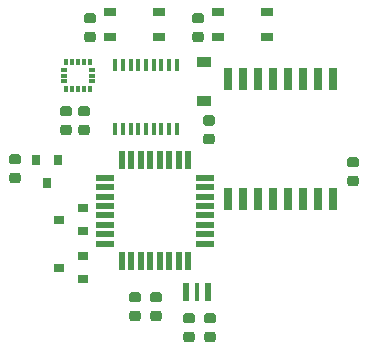
<source format=gtp>
G04 #@! TF.GenerationSoftware,KiCad,Pcbnew,(5.0.2)-1*
G04 #@! TF.CreationDate,2019-03-25T12:23:43+09:00*
G04 #@! TF.ProjectId,NixieHourglass,4e697869-6548-46f7-9572-676c6173732e,rev?*
G04 #@! TF.SameCoordinates,Original*
G04 #@! TF.FileFunction,Paste,Top*
G04 #@! TF.FilePolarity,Positive*
%FSLAX46Y46*%
G04 Gerber Fmt 4.6, Leading zero omitted, Abs format (unit mm)*
G04 Created by KiCad (PCBNEW (5.0.2)-1) date 25/03/2019 12:23:43*
%MOMM*%
%LPD*%
G01*
G04 APERTURE LIST*
%ADD10R,0.350000X0.600000*%
%ADD11R,0.600000X0.350000*%
%ADD12R,0.800000X0.900000*%
%ADD13R,0.900000X0.800000*%
%ADD14R,1.050000X0.650000*%
%ADD15R,0.550000X1.600000*%
%ADD16R,1.600000X0.550000*%
%ADD17R,0.635000X1.905000*%
%ADD18R,0.400000X1.000000*%
%ADD19R,0.600000X1.600000*%
%ADD20R,0.400000X1.600000*%
%ADD21C,0.100000*%
%ADD22C,0.875000*%
%ADD23R,1.200000X0.900000*%
G04 APERTURE END LIST*
D10*
G04 #@! TO.C,U3*
X80618000Y-72514000D03*
X81118000Y-72514000D03*
X81618000Y-72514000D03*
X82118000Y-72514000D03*
X82618000Y-72514000D03*
D11*
X82768000Y-71864000D03*
X82768000Y-71364000D03*
X82768000Y-70864000D03*
D10*
X82618000Y-70214000D03*
X82118000Y-70214000D03*
X81618000Y-70214000D03*
X81118000Y-70214000D03*
X80618000Y-70214000D03*
D11*
X80468000Y-70864000D03*
X80468000Y-71364000D03*
X80468000Y-71864000D03*
G04 #@! TD*
D12*
G04 #@! TO.C,Q1*
X79944000Y-78502000D03*
X78044000Y-78502000D03*
X78994000Y-80502000D03*
G04 #@! TD*
D13*
G04 #@! TO.C,Q2*
X80026000Y-83566000D03*
X82026000Y-82616000D03*
X82026000Y-84516000D03*
G04 #@! TD*
G04 #@! TO.C,Q3*
X82026000Y-88580000D03*
X82026000Y-86680000D03*
X80026000Y-87630000D03*
G04 #@! TD*
D14*
G04 #@! TO.C,SW1*
X93513000Y-65971000D03*
X97663000Y-65971000D03*
X93513000Y-68121000D03*
X97663000Y-68121000D03*
G04 #@! TD*
G04 #@! TO.C,SW2*
X88519000Y-68121000D03*
X84369000Y-68121000D03*
X88519000Y-65971000D03*
X84369000Y-65971000D03*
G04 #@! TD*
D15*
G04 #@! TO.C,U1*
X85338000Y-87054000D03*
X86138000Y-87054000D03*
X86938000Y-87054000D03*
X87738000Y-87054000D03*
X88538000Y-87054000D03*
X89338000Y-87054000D03*
X90138000Y-87054000D03*
X90938000Y-87054000D03*
D16*
X92388000Y-85604000D03*
X92388000Y-84804000D03*
X92388000Y-84004000D03*
X92388000Y-83204000D03*
X92388000Y-82404000D03*
X92388000Y-81604000D03*
X92388000Y-80804000D03*
X92388000Y-80004000D03*
D15*
X90938000Y-78554000D03*
X90138000Y-78554000D03*
X89338000Y-78554000D03*
X88538000Y-78554000D03*
X87738000Y-78554000D03*
X86938000Y-78554000D03*
X86138000Y-78554000D03*
X85338000Y-78554000D03*
D16*
X83888000Y-80004000D03*
X83888000Y-80804000D03*
X83888000Y-81604000D03*
X83888000Y-82404000D03*
X83888000Y-83204000D03*
X83888000Y-84004000D03*
X83888000Y-84804000D03*
X83888000Y-85604000D03*
G04 #@! TD*
D17*
G04 #@! TO.C,U2*
X103251000Y-71628000D03*
X101981000Y-71628000D03*
X100711000Y-71628000D03*
X99441000Y-71628000D03*
X98171000Y-71628000D03*
X96901000Y-71628000D03*
X95631000Y-71628000D03*
X94361000Y-71628000D03*
X94361000Y-81788000D03*
X95631000Y-81788000D03*
X96901000Y-81788000D03*
X98171000Y-81788000D03*
X99441000Y-81788000D03*
X100711000Y-81788000D03*
X101981000Y-81788000D03*
X103251000Y-81788000D03*
G04 #@! TD*
D18*
G04 #@! TO.C,U4*
X89976000Y-70452000D03*
X89326000Y-70452000D03*
X88676000Y-70452000D03*
X88026000Y-70452000D03*
X87376000Y-70452000D03*
X86726000Y-70452000D03*
X86076000Y-70452000D03*
X85426000Y-70452000D03*
X84776000Y-70452000D03*
X89976000Y-75852000D03*
X89326000Y-75852000D03*
X88676000Y-75852000D03*
X88026000Y-75852000D03*
X87376000Y-75852000D03*
X86726000Y-75852000D03*
X86076000Y-75852000D03*
X85426000Y-75852000D03*
X84776000Y-75852000D03*
G04 #@! TD*
D19*
G04 #@! TO.C,Y1*
X92644000Y-89662000D03*
D20*
X91694000Y-89662000D03*
D19*
X90744000Y-89662000D03*
G04 #@! TD*
D21*
G04 #@! TO.C,C1*
G36*
X93071691Y-91476053D02*
X93092926Y-91479203D01*
X93113750Y-91484419D01*
X93133962Y-91491651D01*
X93153368Y-91500830D01*
X93171781Y-91511866D01*
X93189024Y-91524654D01*
X93204930Y-91539070D01*
X93219346Y-91554976D01*
X93232134Y-91572219D01*
X93243170Y-91590632D01*
X93252349Y-91610038D01*
X93259581Y-91630250D01*
X93264797Y-91651074D01*
X93267947Y-91672309D01*
X93269000Y-91693750D01*
X93269000Y-92131250D01*
X93267947Y-92152691D01*
X93264797Y-92173926D01*
X93259581Y-92194750D01*
X93252349Y-92214962D01*
X93243170Y-92234368D01*
X93232134Y-92252781D01*
X93219346Y-92270024D01*
X93204930Y-92285930D01*
X93189024Y-92300346D01*
X93171781Y-92313134D01*
X93153368Y-92324170D01*
X93133962Y-92333349D01*
X93113750Y-92340581D01*
X93092926Y-92345797D01*
X93071691Y-92348947D01*
X93050250Y-92350000D01*
X92537750Y-92350000D01*
X92516309Y-92348947D01*
X92495074Y-92345797D01*
X92474250Y-92340581D01*
X92454038Y-92333349D01*
X92434632Y-92324170D01*
X92416219Y-92313134D01*
X92398976Y-92300346D01*
X92383070Y-92285930D01*
X92368654Y-92270024D01*
X92355866Y-92252781D01*
X92344830Y-92234368D01*
X92335651Y-92214962D01*
X92328419Y-92194750D01*
X92323203Y-92173926D01*
X92320053Y-92152691D01*
X92319000Y-92131250D01*
X92319000Y-91693750D01*
X92320053Y-91672309D01*
X92323203Y-91651074D01*
X92328419Y-91630250D01*
X92335651Y-91610038D01*
X92344830Y-91590632D01*
X92355866Y-91572219D01*
X92368654Y-91554976D01*
X92383070Y-91539070D01*
X92398976Y-91524654D01*
X92416219Y-91511866D01*
X92434632Y-91500830D01*
X92454038Y-91491651D01*
X92474250Y-91484419D01*
X92495074Y-91479203D01*
X92516309Y-91476053D01*
X92537750Y-91475000D01*
X93050250Y-91475000D01*
X93071691Y-91476053D01*
X93071691Y-91476053D01*
G37*
D22*
X92794000Y-91912500D03*
D21*
G36*
X93071691Y-93051053D02*
X93092926Y-93054203D01*
X93113750Y-93059419D01*
X93133962Y-93066651D01*
X93153368Y-93075830D01*
X93171781Y-93086866D01*
X93189024Y-93099654D01*
X93204930Y-93114070D01*
X93219346Y-93129976D01*
X93232134Y-93147219D01*
X93243170Y-93165632D01*
X93252349Y-93185038D01*
X93259581Y-93205250D01*
X93264797Y-93226074D01*
X93267947Y-93247309D01*
X93269000Y-93268750D01*
X93269000Y-93706250D01*
X93267947Y-93727691D01*
X93264797Y-93748926D01*
X93259581Y-93769750D01*
X93252349Y-93789962D01*
X93243170Y-93809368D01*
X93232134Y-93827781D01*
X93219346Y-93845024D01*
X93204930Y-93860930D01*
X93189024Y-93875346D01*
X93171781Y-93888134D01*
X93153368Y-93899170D01*
X93133962Y-93908349D01*
X93113750Y-93915581D01*
X93092926Y-93920797D01*
X93071691Y-93923947D01*
X93050250Y-93925000D01*
X92537750Y-93925000D01*
X92516309Y-93923947D01*
X92495074Y-93920797D01*
X92474250Y-93915581D01*
X92454038Y-93908349D01*
X92434632Y-93899170D01*
X92416219Y-93888134D01*
X92398976Y-93875346D01*
X92383070Y-93860930D01*
X92368654Y-93845024D01*
X92355866Y-93827781D01*
X92344830Y-93809368D01*
X92335651Y-93789962D01*
X92328419Y-93769750D01*
X92323203Y-93748926D01*
X92320053Y-93727691D01*
X92319000Y-93706250D01*
X92319000Y-93268750D01*
X92320053Y-93247309D01*
X92323203Y-93226074D01*
X92328419Y-93205250D01*
X92335651Y-93185038D01*
X92344830Y-93165632D01*
X92355866Y-93147219D01*
X92368654Y-93129976D01*
X92383070Y-93114070D01*
X92398976Y-93099654D01*
X92416219Y-93086866D01*
X92434632Y-93075830D01*
X92454038Y-93066651D01*
X92474250Y-93059419D01*
X92495074Y-93054203D01*
X92516309Y-93051053D01*
X92537750Y-93050000D01*
X93050250Y-93050000D01*
X93071691Y-93051053D01*
X93071691Y-93051053D01*
G37*
D22*
X92794000Y-93487500D03*
G04 #@! TD*
D21*
G04 #@! TO.C,C2*
G36*
X92987691Y-74722053D02*
X93008926Y-74725203D01*
X93029750Y-74730419D01*
X93049962Y-74737651D01*
X93069368Y-74746830D01*
X93087781Y-74757866D01*
X93105024Y-74770654D01*
X93120930Y-74785070D01*
X93135346Y-74800976D01*
X93148134Y-74818219D01*
X93159170Y-74836632D01*
X93168349Y-74856038D01*
X93175581Y-74876250D01*
X93180797Y-74897074D01*
X93183947Y-74918309D01*
X93185000Y-74939750D01*
X93185000Y-75377250D01*
X93183947Y-75398691D01*
X93180797Y-75419926D01*
X93175581Y-75440750D01*
X93168349Y-75460962D01*
X93159170Y-75480368D01*
X93148134Y-75498781D01*
X93135346Y-75516024D01*
X93120930Y-75531930D01*
X93105024Y-75546346D01*
X93087781Y-75559134D01*
X93069368Y-75570170D01*
X93049962Y-75579349D01*
X93029750Y-75586581D01*
X93008926Y-75591797D01*
X92987691Y-75594947D01*
X92966250Y-75596000D01*
X92453750Y-75596000D01*
X92432309Y-75594947D01*
X92411074Y-75591797D01*
X92390250Y-75586581D01*
X92370038Y-75579349D01*
X92350632Y-75570170D01*
X92332219Y-75559134D01*
X92314976Y-75546346D01*
X92299070Y-75531930D01*
X92284654Y-75516024D01*
X92271866Y-75498781D01*
X92260830Y-75480368D01*
X92251651Y-75460962D01*
X92244419Y-75440750D01*
X92239203Y-75419926D01*
X92236053Y-75398691D01*
X92235000Y-75377250D01*
X92235000Y-74939750D01*
X92236053Y-74918309D01*
X92239203Y-74897074D01*
X92244419Y-74876250D01*
X92251651Y-74856038D01*
X92260830Y-74836632D01*
X92271866Y-74818219D01*
X92284654Y-74800976D01*
X92299070Y-74785070D01*
X92314976Y-74770654D01*
X92332219Y-74757866D01*
X92350632Y-74746830D01*
X92370038Y-74737651D01*
X92390250Y-74730419D01*
X92411074Y-74725203D01*
X92432309Y-74722053D01*
X92453750Y-74721000D01*
X92966250Y-74721000D01*
X92987691Y-74722053D01*
X92987691Y-74722053D01*
G37*
D22*
X92710000Y-75158500D03*
D21*
G36*
X92987691Y-76297053D02*
X93008926Y-76300203D01*
X93029750Y-76305419D01*
X93049962Y-76312651D01*
X93069368Y-76321830D01*
X93087781Y-76332866D01*
X93105024Y-76345654D01*
X93120930Y-76360070D01*
X93135346Y-76375976D01*
X93148134Y-76393219D01*
X93159170Y-76411632D01*
X93168349Y-76431038D01*
X93175581Y-76451250D01*
X93180797Y-76472074D01*
X93183947Y-76493309D01*
X93185000Y-76514750D01*
X93185000Y-76952250D01*
X93183947Y-76973691D01*
X93180797Y-76994926D01*
X93175581Y-77015750D01*
X93168349Y-77035962D01*
X93159170Y-77055368D01*
X93148134Y-77073781D01*
X93135346Y-77091024D01*
X93120930Y-77106930D01*
X93105024Y-77121346D01*
X93087781Y-77134134D01*
X93069368Y-77145170D01*
X93049962Y-77154349D01*
X93029750Y-77161581D01*
X93008926Y-77166797D01*
X92987691Y-77169947D01*
X92966250Y-77171000D01*
X92453750Y-77171000D01*
X92432309Y-77169947D01*
X92411074Y-77166797D01*
X92390250Y-77161581D01*
X92370038Y-77154349D01*
X92350632Y-77145170D01*
X92332219Y-77134134D01*
X92314976Y-77121346D01*
X92299070Y-77106930D01*
X92284654Y-77091024D01*
X92271866Y-77073781D01*
X92260830Y-77055368D01*
X92251651Y-77035962D01*
X92244419Y-77015750D01*
X92239203Y-76994926D01*
X92236053Y-76973691D01*
X92235000Y-76952250D01*
X92235000Y-76514750D01*
X92236053Y-76493309D01*
X92239203Y-76472074D01*
X92244419Y-76451250D01*
X92251651Y-76431038D01*
X92260830Y-76411632D01*
X92271866Y-76393219D01*
X92284654Y-76375976D01*
X92299070Y-76360070D01*
X92314976Y-76345654D01*
X92332219Y-76332866D01*
X92350632Y-76321830D01*
X92370038Y-76312651D01*
X92390250Y-76305419D01*
X92411074Y-76300203D01*
X92432309Y-76297053D01*
X92453750Y-76296000D01*
X92966250Y-76296000D01*
X92987691Y-76297053D01*
X92987691Y-76297053D01*
G37*
D22*
X92710000Y-76733500D03*
G04 #@! TD*
D21*
G04 #@! TO.C,C3*
G36*
X91293691Y-93051053D02*
X91314926Y-93054203D01*
X91335750Y-93059419D01*
X91355962Y-93066651D01*
X91375368Y-93075830D01*
X91393781Y-93086866D01*
X91411024Y-93099654D01*
X91426930Y-93114070D01*
X91441346Y-93129976D01*
X91454134Y-93147219D01*
X91465170Y-93165632D01*
X91474349Y-93185038D01*
X91481581Y-93205250D01*
X91486797Y-93226074D01*
X91489947Y-93247309D01*
X91491000Y-93268750D01*
X91491000Y-93706250D01*
X91489947Y-93727691D01*
X91486797Y-93748926D01*
X91481581Y-93769750D01*
X91474349Y-93789962D01*
X91465170Y-93809368D01*
X91454134Y-93827781D01*
X91441346Y-93845024D01*
X91426930Y-93860930D01*
X91411024Y-93875346D01*
X91393781Y-93888134D01*
X91375368Y-93899170D01*
X91355962Y-93908349D01*
X91335750Y-93915581D01*
X91314926Y-93920797D01*
X91293691Y-93923947D01*
X91272250Y-93925000D01*
X90759750Y-93925000D01*
X90738309Y-93923947D01*
X90717074Y-93920797D01*
X90696250Y-93915581D01*
X90676038Y-93908349D01*
X90656632Y-93899170D01*
X90638219Y-93888134D01*
X90620976Y-93875346D01*
X90605070Y-93860930D01*
X90590654Y-93845024D01*
X90577866Y-93827781D01*
X90566830Y-93809368D01*
X90557651Y-93789962D01*
X90550419Y-93769750D01*
X90545203Y-93748926D01*
X90542053Y-93727691D01*
X90541000Y-93706250D01*
X90541000Y-93268750D01*
X90542053Y-93247309D01*
X90545203Y-93226074D01*
X90550419Y-93205250D01*
X90557651Y-93185038D01*
X90566830Y-93165632D01*
X90577866Y-93147219D01*
X90590654Y-93129976D01*
X90605070Y-93114070D01*
X90620976Y-93099654D01*
X90638219Y-93086866D01*
X90656632Y-93075830D01*
X90676038Y-93066651D01*
X90696250Y-93059419D01*
X90717074Y-93054203D01*
X90738309Y-93051053D01*
X90759750Y-93050000D01*
X91272250Y-93050000D01*
X91293691Y-93051053D01*
X91293691Y-93051053D01*
G37*
D22*
X91016000Y-93487500D03*
D21*
G36*
X91293691Y-91476053D02*
X91314926Y-91479203D01*
X91335750Y-91484419D01*
X91355962Y-91491651D01*
X91375368Y-91500830D01*
X91393781Y-91511866D01*
X91411024Y-91524654D01*
X91426930Y-91539070D01*
X91441346Y-91554976D01*
X91454134Y-91572219D01*
X91465170Y-91590632D01*
X91474349Y-91610038D01*
X91481581Y-91630250D01*
X91486797Y-91651074D01*
X91489947Y-91672309D01*
X91491000Y-91693750D01*
X91491000Y-92131250D01*
X91489947Y-92152691D01*
X91486797Y-92173926D01*
X91481581Y-92194750D01*
X91474349Y-92214962D01*
X91465170Y-92234368D01*
X91454134Y-92252781D01*
X91441346Y-92270024D01*
X91426930Y-92285930D01*
X91411024Y-92300346D01*
X91393781Y-92313134D01*
X91375368Y-92324170D01*
X91355962Y-92333349D01*
X91335750Y-92340581D01*
X91314926Y-92345797D01*
X91293691Y-92348947D01*
X91272250Y-92350000D01*
X90759750Y-92350000D01*
X90738309Y-92348947D01*
X90717074Y-92345797D01*
X90696250Y-92340581D01*
X90676038Y-92333349D01*
X90656632Y-92324170D01*
X90638219Y-92313134D01*
X90620976Y-92300346D01*
X90605070Y-92285930D01*
X90590654Y-92270024D01*
X90577866Y-92252781D01*
X90566830Y-92234368D01*
X90557651Y-92214962D01*
X90550419Y-92194750D01*
X90545203Y-92173926D01*
X90542053Y-92152691D01*
X90541000Y-92131250D01*
X90541000Y-91693750D01*
X90542053Y-91672309D01*
X90545203Y-91651074D01*
X90550419Y-91630250D01*
X90557651Y-91610038D01*
X90566830Y-91590632D01*
X90577866Y-91572219D01*
X90590654Y-91554976D01*
X90605070Y-91539070D01*
X90620976Y-91524654D01*
X90638219Y-91511866D01*
X90656632Y-91500830D01*
X90676038Y-91491651D01*
X90696250Y-91484419D01*
X90717074Y-91479203D01*
X90738309Y-91476053D01*
X90759750Y-91475000D01*
X91272250Y-91475000D01*
X91293691Y-91476053D01*
X91293691Y-91476053D01*
G37*
D22*
X91016000Y-91912500D03*
G04 #@! TD*
D21*
G04 #@! TO.C,C4*
G36*
X88499691Y-89698053D02*
X88520926Y-89701203D01*
X88541750Y-89706419D01*
X88561962Y-89713651D01*
X88581368Y-89722830D01*
X88599781Y-89733866D01*
X88617024Y-89746654D01*
X88632930Y-89761070D01*
X88647346Y-89776976D01*
X88660134Y-89794219D01*
X88671170Y-89812632D01*
X88680349Y-89832038D01*
X88687581Y-89852250D01*
X88692797Y-89873074D01*
X88695947Y-89894309D01*
X88697000Y-89915750D01*
X88697000Y-90353250D01*
X88695947Y-90374691D01*
X88692797Y-90395926D01*
X88687581Y-90416750D01*
X88680349Y-90436962D01*
X88671170Y-90456368D01*
X88660134Y-90474781D01*
X88647346Y-90492024D01*
X88632930Y-90507930D01*
X88617024Y-90522346D01*
X88599781Y-90535134D01*
X88581368Y-90546170D01*
X88561962Y-90555349D01*
X88541750Y-90562581D01*
X88520926Y-90567797D01*
X88499691Y-90570947D01*
X88478250Y-90572000D01*
X87965750Y-90572000D01*
X87944309Y-90570947D01*
X87923074Y-90567797D01*
X87902250Y-90562581D01*
X87882038Y-90555349D01*
X87862632Y-90546170D01*
X87844219Y-90535134D01*
X87826976Y-90522346D01*
X87811070Y-90507930D01*
X87796654Y-90492024D01*
X87783866Y-90474781D01*
X87772830Y-90456368D01*
X87763651Y-90436962D01*
X87756419Y-90416750D01*
X87751203Y-90395926D01*
X87748053Y-90374691D01*
X87747000Y-90353250D01*
X87747000Y-89915750D01*
X87748053Y-89894309D01*
X87751203Y-89873074D01*
X87756419Y-89852250D01*
X87763651Y-89832038D01*
X87772830Y-89812632D01*
X87783866Y-89794219D01*
X87796654Y-89776976D01*
X87811070Y-89761070D01*
X87826976Y-89746654D01*
X87844219Y-89733866D01*
X87862632Y-89722830D01*
X87882038Y-89713651D01*
X87902250Y-89706419D01*
X87923074Y-89701203D01*
X87944309Y-89698053D01*
X87965750Y-89697000D01*
X88478250Y-89697000D01*
X88499691Y-89698053D01*
X88499691Y-89698053D01*
G37*
D22*
X88222000Y-90134500D03*
D21*
G36*
X88499691Y-91273053D02*
X88520926Y-91276203D01*
X88541750Y-91281419D01*
X88561962Y-91288651D01*
X88581368Y-91297830D01*
X88599781Y-91308866D01*
X88617024Y-91321654D01*
X88632930Y-91336070D01*
X88647346Y-91351976D01*
X88660134Y-91369219D01*
X88671170Y-91387632D01*
X88680349Y-91407038D01*
X88687581Y-91427250D01*
X88692797Y-91448074D01*
X88695947Y-91469309D01*
X88697000Y-91490750D01*
X88697000Y-91928250D01*
X88695947Y-91949691D01*
X88692797Y-91970926D01*
X88687581Y-91991750D01*
X88680349Y-92011962D01*
X88671170Y-92031368D01*
X88660134Y-92049781D01*
X88647346Y-92067024D01*
X88632930Y-92082930D01*
X88617024Y-92097346D01*
X88599781Y-92110134D01*
X88581368Y-92121170D01*
X88561962Y-92130349D01*
X88541750Y-92137581D01*
X88520926Y-92142797D01*
X88499691Y-92145947D01*
X88478250Y-92147000D01*
X87965750Y-92147000D01*
X87944309Y-92145947D01*
X87923074Y-92142797D01*
X87902250Y-92137581D01*
X87882038Y-92130349D01*
X87862632Y-92121170D01*
X87844219Y-92110134D01*
X87826976Y-92097346D01*
X87811070Y-92082930D01*
X87796654Y-92067024D01*
X87783866Y-92049781D01*
X87772830Y-92031368D01*
X87763651Y-92011962D01*
X87756419Y-91991750D01*
X87751203Y-91970926D01*
X87748053Y-91949691D01*
X87747000Y-91928250D01*
X87747000Y-91490750D01*
X87748053Y-91469309D01*
X87751203Y-91448074D01*
X87756419Y-91427250D01*
X87763651Y-91407038D01*
X87772830Y-91387632D01*
X87783866Y-91369219D01*
X87796654Y-91351976D01*
X87811070Y-91336070D01*
X87826976Y-91321654D01*
X87844219Y-91308866D01*
X87862632Y-91297830D01*
X87882038Y-91288651D01*
X87902250Y-91281419D01*
X87923074Y-91276203D01*
X87944309Y-91273053D01*
X87965750Y-91272000D01*
X88478250Y-91272000D01*
X88499691Y-91273053D01*
X88499691Y-91273053D01*
G37*
D22*
X88222000Y-91709500D03*
G04 #@! TD*
D21*
G04 #@! TO.C,C6*
G36*
X105177691Y-79843053D02*
X105198926Y-79846203D01*
X105219750Y-79851419D01*
X105239962Y-79858651D01*
X105259368Y-79867830D01*
X105277781Y-79878866D01*
X105295024Y-79891654D01*
X105310930Y-79906070D01*
X105325346Y-79921976D01*
X105338134Y-79939219D01*
X105349170Y-79957632D01*
X105358349Y-79977038D01*
X105365581Y-79997250D01*
X105370797Y-80018074D01*
X105373947Y-80039309D01*
X105375000Y-80060750D01*
X105375000Y-80498250D01*
X105373947Y-80519691D01*
X105370797Y-80540926D01*
X105365581Y-80561750D01*
X105358349Y-80581962D01*
X105349170Y-80601368D01*
X105338134Y-80619781D01*
X105325346Y-80637024D01*
X105310930Y-80652930D01*
X105295024Y-80667346D01*
X105277781Y-80680134D01*
X105259368Y-80691170D01*
X105239962Y-80700349D01*
X105219750Y-80707581D01*
X105198926Y-80712797D01*
X105177691Y-80715947D01*
X105156250Y-80717000D01*
X104643750Y-80717000D01*
X104622309Y-80715947D01*
X104601074Y-80712797D01*
X104580250Y-80707581D01*
X104560038Y-80700349D01*
X104540632Y-80691170D01*
X104522219Y-80680134D01*
X104504976Y-80667346D01*
X104489070Y-80652930D01*
X104474654Y-80637024D01*
X104461866Y-80619781D01*
X104450830Y-80601368D01*
X104441651Y-80581962D01*
X104434419Y-80561750D01*
X104429203Y-80540926D01*
X104426053Y-80519691D01*
X104425000Y-80498250D01*
X104425000Y-80060750D01*
X104426053Y-80039309D01*
X104429203Y-80018074D01*
X104434419Y-79997250D01*
X104441651Y-79977038D01*
X104450830Y-79957632D01*
X104461866Y-79939219D01*
X104474654Y-79921976D01*
X104489070Y-79906070D01*
X104504976Y-79891654D01*
X104522219Y-79878866D01*
X104540632Y-79867830D01*
X104560038Y-79858651D01*
X104580250Y-79851419D01*
X104601074Y-79846203D01*
X104622309Y-79843053D01*
X104643750Y-79842000D01*
X105156250Y-79842000D01*
X105177691Y-79843053D01*
X105177691Y-79843053D01*
G37*
D22*
X104900000Y-80279500D03*
D21*
G36*
X105177691Y-78268053D02*
X105198926Y-78271203D01*
X105219750Y-78276419D01*
X105239962Y-78283651D01*
X105259368Y-78292830D01*
X105277781Y-78303866D01*
X105295024Y-78316654D01*
X105310930Y-78331070D01*
X105325346Y-78346976D01*
X105338134Y-78364219D01*
X105349170Y-78382632D01*
X105358349Y-78402038D01*
X105365581Y-78422250D01*
X105370797Y-78443074D01*
X105373947Y-78464309D01*
X105375000Y-78485750D01*
X105375000Y-78923250D01*
X105373947Y-78944691D01*
X105370797Y-78965926D01*
X105365581Y-78986750D01*
X105358349Y-79006962D01*
X105349170Y-79026368D01*
X105338134Y-79044781D01*
X105325346Y-79062024D01*
X105310930Y-79077930D01*
X105295024Y-79092346D01*
X105277781Y-79105134D01*
X105259368Y-79116170D01*
X105239962Y-79125349D01*
X105219750Y-79132581D01*
X105198926Y-79137797D01*
X105177691Y-79140947D01*
X105156250Y-79142000D01*
X104643750Y-79142000D01*
X104622309Y-79140947D01*
X104601074Y-79137797D01*
X104580250Y-79132581D01*
X104560038Y-79125349D01*
X104540632Y-79116170D01*
X104522219Y-79105134D01*
X104504976Y-79092346D01*
X104489070Y-79077930D01*
X104474654Y-79062024D01*
X104461866Y-79044781D01*
X104450830Y-79026368D01*
X104441651Y-79006962D01*
X104434419Y-78986750D01*
X104429203Y-78965926D01*
X104426053Y-78944691D01*
X104425000Y-78923250D01*
X104425000Y-78485750D01*
X104426053Y-78464309D01*
X104429203Y-78443074D01*
X104434419Y-78422250D01*
X104441651Y-78402038D01*
X104450830Y-78382632D01*
X104461866Y-78364219D01*
X104474654Y-78346976D01*
X104489070Y-78331070D01*
X104504976Y-78316654D01*
X104522219Y-78303866D01*
X104540632Y-78292830D01*
X104560038Y-78283651D01*
X104580250Y-78276419D01*
X104601074Y-78271203D01*
X104622309Y-78268053D01*
X104643750Y-78267000D01*
X105156250Y-78267000D01*
X105177691Y-78268053D01*
X105177691Y-78268053D01*
G37*
D22*
X104900000Y-78704500D03*
G04 #@! TD*
D21*
G04 #@! TO.C,R1*
G36*
X80879691Y-75525053D02*
X80900926Y-75528203D01*
X80921750Y-75533419D01*
X80941962Y-75540651D01*
X80961368Y-75549830D01*
X80979781Y-75560866D01*
X80997024Y-75573654D01*
X81012930Y-75588070D01*
X81027346Y-75603976D01*
X81040134Y-75621219D01*
X81051170Y-75639632D01*
X81060349Y-75659038D01*
X81067581Y-75679250D01*
X81072797Y-75700074D01*
X81075947Y-75721309D01*
X81077000Y-75742750D01*
X81077000Y-76180250D01*
X81075947Y-76201691D01*
X81072797Y-76222926D01*
X81067581Y-76243750D01*
X81060349Y-76263962D01*
X81051170Y-76283368D01*
X81040134Y-76301781D01*
X81027346Y-76319024D01*
X81012930Y-76334930D01*
X80997024Y-76349346D01*
X80979781Y-76362134D01*
X80961368Y-76373170D01*
X80941962Y-76382349D01*
X80921750Y-76389581D01*
X80900926Y-76394797D01*
X80879691Y-76397947D01*
X80858250Y-76399000D01*
X80345750Y-76399000D01*
X80324309Y-76397947D01*
X80303074Y-76394797D01*
X80282250Y-76389581D01*
X80262038Y-76382349D01*
X80242632Y-76373170D01*
X80224219Y-76362134D01*
X80206976Y-76349346D01*
X80191070Y-76334930D01*
X80176654Y-76319024D01*
X80163866Y-76301781D01*
X80152830Y-76283368D01*
X80143651Y-76263962D01*
X80136419Y-76243750D01*
X80131203Y-76222926D01*
X80128053Y-76201691D01*
X80127000Y-76180250D01*
X80127000Y-75742750D01*
X80128053Y-75721309D01*
X80131203Y-75700074D01*
X80136419Y-75679250D01*
X80143651Y-75659038D01*
X80152830Y-75639632D01*
X80163866Y-75621219D01*
X80176654Y-75603976D01*
X80191070Y-75588070D01*
X80206976Y-75573654D01*
X80224219Y-75560866D01*
X80242632Y-75549830D01*
X80262038Y-75540651D01*
X80282250Y-75533419D01*
X80303074Y-75528203D01*
X80324309Y-75525053D01*
X80345750Y-75524000D01*
X80858250Y-75524000D01*
X80879691Y-75525053D01*
X80879691Y-75525053D01*
G37*
D22*
X80602000Y-75961500D03*
D21*
G36*
X80879691Y-73950053D02*
X80900926Y-73953203D01*
X80921750Y-73958419D01*
X80941962Y-73965651D01*
X80961368Y-73974830D01*
X80979781Y-73985866D01*
X80997024Y-73998654D01*
X81012930Y-74013070D01*
X81027346Y-74028976D01*
X81040134Y-74046219D01*
X81051170Y-74064632D01*
X81060349Y-74084038D01*
X81067581Y-74104250D01*
X81072797Y-74125074D01*
X81075947Y-74146309D01*
X81077000Y-74167750D01*
X81077000Y-74605250D01*
X81075947Y-74626691D01*
X81072797Y-74647926D01*
X81067581Y-74668750D01*
X81060349Y-74688962D01*
X81051170Y-74708368D01*
X81040134Y-74726781D01*
X81027346Y-74744024D01*
X81012930Y-74759930D01*
X80997024Y-74774346D01*
X80979781Y-74787134D01*
X80961368Y-74798170D01*
X80941962Y-74807349D01*
X80921750Y-74814581D01*
X80900926Y-74819797D01*
X80879691Y-74822947D01*
X80858250Y-74824000D01*
X80345750Y-74824000D01*
X80324309Y-74822947D01*
X80303074Y-74819797D01*
X80282250Y-74814581D01*
X80262038Y-74807349D01*
X80242632Y-74798170D01*
X80224219Y-74787134D01*
X80206976Y-74774346D01*
X80191070Y-74759930D01*
X80176654Y-74744024D01*
X80163866Y-74726781D01*
X80152830Y-74708368D01*
X80143651Y-74688962D01*
X80136419Y-74668750D01*
X80131203Y-74647926D01*
X80128053Y-74626691D01*
X80127000Y-74605250D01*
X80127000Y-74167750D01*
X80128053Y-74146309D01*
X80131203Y-74125074D01*
X80136419Y-74104250D01*
X80143651Y-74084038D01*
X80152830Y-74064632D01*
X80163866Y-74046219D01*
X80176654Y-74028976D01*
X80191070Y-74013070D01*
X80206976Y-73998654D01*
X80224219Y-73985866D01*
X80242632Y-73974830D01*
X80262038Y-73965651D01*
X80282250Y-73958419D01*
X80303074Y-73953203D01*
X80324309Y-73950053D01*
X80345750Y-73949000D01*
X80858250Y-73949000D01*
X80879691Y-73950053D01*
X80879691Y-73950053D01*
G37*
D22*
X80602000Y-74386500D03*
G04 #@! TD*
D21*
G04 #@! TO.C,R2*
G36*
X82403691Y-73950053D02*
X82424926Y-73953203D01*
X82445750Y-73958419D01*
X82465962Y-73965651D01*
X82485368Y-73974830D01*
X82503781Y-73985866D01*
X82521024Y-73998654D01*
X82536930Y-74013070D01*
X82551346Y-74028976D01*
X82564134Y-74046219D01*
X82575170Y-74064632D01*
X82584349Y-74084038D01*
X82591581Y-74104250D01*
X82596797Y-74125074D01*
X82599947Y-74146309D01*
X82601000Y-74167750D01*
X82601000Y-74605250D01*
X82599947Y-74626691D01*
X82596797Y-74647926D01*
X82591581Y-74668750D01*
X82584349Y-74688962D01*
X82575170Y-74708368D01*
X82564134Y-74726781D01*
X82551346Y-74744024D01*
X82536930Y-74759930D01*
X82521024Y-74774346D01*
X82503781Y-74787134D01*
X82485368Y-74798170D01*
X82465962Y-74807349D01*
X82445750Y-74814581D01*
X82424926Y-74819797D01*
X82403691Y-74822947D01*
X82382250Y-74824000D01*
X81869750Y-74824000D01*
X81848309Y-74822947D01*
X81827074Y-74819797D01*
X81806250Y-74814581D01*
X81786038Y-74807349D01*
X81766632Y-74798170D01*
X81748219Y-74787134D01*
X81730976Y-74774346D01*
X81715070Y-74759930D01*
X81700654Y-74744024D01*
X81687866Y-74726781D01*
X81676830Y-74708368D01*
X81667651Y-74688962D01*
X81660419Y-74668750D01*
X81655203Y-74647926D01*
X81652053Y-74626691D01*
X81651000Y-74605250D01*
X81651000Y-74167750D01*
X81652053Y-74146309D01*
X81655203Y-74125074D01*
X81660419Y-74104250D01*
X81667651Y-74084038D01*
X81676830Y-74064632D01*
X81687866Y-74046219D01*
X81700654Y-74028976D01*
X81715070Y-74013070D01*
X81730976Y-73998654D01*
X81748219Y-73985866D01*
X81766632Y-73974830D01*
X81786038Y-73965651D01*
X81806250Y-73958419D01*
X81827074Y-73953203D01*
X81848309Y-73950053D01*
X81869750Y-73949000D01*
X82382250Y-73949000D01*
X82403691Y-73950053D01*
X82403691Y-73950053D01*
G37*
D22*
X82126000Y-74386500D03*
D21*
G36*
X82403691Y-75525053D02*
X82424926Y-75528203D01*
X82445750Y-75533419D01*
X82465962Y-75540651D01*
X82485368Y-75549830D01*
X82503781Y-75560866D01*
X82521024Y-75573654D01*
X82536930Y-75588070D01*
X82551346Y-75603976D01*
X82564134Y-75621219D01*
X82575170Y-75639632D01*
X82584349Y-75659038D01*
X82591581Y-75679250D01*
X82596797Y-75700074D01*
X82599947Y-75721309D01*
X82601000Y-75742750D01*
X82601000Y-76180250D01*
X82599947Y-76201691D01*
X82596797Y-76222926D01*
X82591581Y-76243750D01*
X82584349Y-76263962D01*
X82575170Y-76283368D01*
X82564134Y-76301781D01*
X82551346Y-76319024D01*
X82536930Y-76334930D01*
X82521024Y-76349346D01*
X82503781Y-76362134D01*
X82485368Y-76373170D01*
X82465962Y-76382349D01*
X82445750Y-76389581D01*
X82424926Y-76394797D01*
X82403691Y-76397947D01*
X82382250Y-76399000D01*
X81869750Y-76399000D01*
X81848309Y-76397947D01*
X81827074Y-76394797D01*
X81806250Y-76389581D01*
X81786038Y-76382349D01*
X81766632Y-76373170D01*
X81748219Y-76362134D01*
X81730976Y-76349346D01*
X81715070Y-76334930D01*
X81700654Y-76319024D01*
X81687866Y-76301781D01*
X81676830Y-76283368D01*
X81667651Y-76263962D01*
X81660419Y-76243750D01*
X81655203Y-76222926D01*
X81652053Y-76201691D01*
X81651000Y-76180250D01*
X81651000Y-75742750D01*
X81652053Y-75721309D01*
X81655203Y-75700074D01*
X81660419Y-75679250D01*
X81667651Y-75659038D01*
X81676830Y-75639632D01*
X81687866Y-75621219D01*
X81700654Y-75603976D01*
X81715070Y-75588070D01*
X81730976Y-75573654D01*
X81748219Y-75560866D01*
X81766632Y-75549830D01*
X81786038Y-75540651D01*
X81806250Y-75533419D01*
X81827074Y-75528203D01*
X81848309Y-75525053D01*
X81869750Y-75524000D01*
X82382250Y-75524000D01*
X82403691Y-75525053D01*
X82403691Y-75525053D01*
G37*
D22*
X82126000Y-75961500D03*
G04 #@! TD*
D21*
G04 #@! TO.C,R3*
G36*
X86721691Y-89698053D02*
X86742926Y-89701203D01*
X86763750Y-89706419D01*
X86783962Y-89713651D01*
X86803368Y-89722830D01*
X86821781Y-89733866D01*
X86839024Y-89746654D01*
X86854930Y-89761070D01*
X86869346Y-89776976D01*
X86882134Y-89794219D01*
X86893170Y-89812632D01*
X86902349Y-89832038D01*
X86909581Y-89852250D01*
X86914797Y-89873074D01*
X86917947Y-89894309D01*
X86919000Y-89915750D01*
X86919000Y-90353250D01*
X86917947Y-90374691D01*
X86914797Y-90395926D01*
X86909581Y-90416750D01*
X86902349Y-90436962D01*
X86893170Y-90456368D01*
X86882134Y-90474781D01*
X86869346Y-90492024D01*
X86854930Y-90507930D01*
X86839024Y-90522346D01*
X86821781Y-90535134D01*
X86803368Y-90546170D01*
X86783962Y-90555349D01*
X86763750Y-90562581D01*
X86742926Y-90567797D01*
X86721691Y-90570947D01*
X86700250Y-90572000D01*
X86187750Y-90572000D01*
X86166309Y-90570947D01*
X86145074Y-90567797D01*
X86124250Y-90562581D01*
X86104038Y-90555349D01*
X86084632Y-90546170D01*
X86066219Y-90535134D01*
X86048976Y-90522346D01*
X86033070Y-90507930D01*
X86018654Y-90492024D01*
X86005866Y-90474781D01*
X85994830Y-90456368D01*
X85985651Y-90436962D01*
X85978419Y-90416750D01*
X85973203Y-90395926D01*
X85970053Y-90374691D01*
X85969000Y-90353250D01*
X85969000Y-89915750D01*
X85970053Y-89894309D01*
X85973203Y-89873074D01*
X85978419Y-89852250D01*
X85985651Y-89832038D01*
X85994830Y-89812632D01*
X86005866Y-89794219D01*
X86018654Y-89776976D01*
X86033070Y-89761070D01*
X86048976Y-89746654D01*
X86066219Y-89733866D01*
X86084632Y-89722830D01*
X86104038Y-89713651D01*
X86124250Y-89706419D01*
X86145074Y-89701203D01*
X86166309Y-89698053D01*
X86187750Y-89697000D01*
X86700250Y-89697000D01*
X86721691Y-89698053D01*
X86721691Y-89698053D01*
G37*
D22*
X86444000Y-90134500D03*
D21*
G36*
X86721691Y-91273053D02*
X86742926Y-91276203D01*
X86763750Y-91281419D01*
X86783962Y-91288651D01*
X86803368Y-91297830D01*
X86821781Y-91308866D01*
X86839024Y-91321654D01*
X86854930Y-91336070D01*
X86869346Y-91351976D01*
X86882134Y-91369219D01*
X86893170Y-91387632D01*
X86902349Y-91407038D01*
X86909581Y-91427250D01*
X86914797Y-91448074D01*
X86917947Y-91469309D01*
X86919000Y-91490750D01*
X86919000Y-91928250D01*
X86917947Y-91949691D01*
X86914797Y-91970926D01*
X86909581Y-91991750D01*
X86902349Y-92011962D01*
X86893170Y-92031368D01*
X86882134Y-92049781D01*
X86869346Y-92067024D01*
X86854930Y-92082930D01*
X86839024Y-92097346D01*
X86821781Y-92110134D01*
X86803368Y-92121170D01*
X86783962Y-92130349D01*
X86763750Y-92137581D01*
X86742926Y-92142797D01*
X86721691Y-92145947D01*
X86700250Y-92147000D01*
X86187750Y-92147000D01*
X86166309Y-92145947D01*
X86145074Y-92142797D01*
X86124250Y-92137581D01*
X86104038Y-92130349D01*
X86084632Y-92121170D01*
X86066219Y-92110134D01*
X86048976Y-92097346D01*
X86033070Y-92082930D01*
X86018654Y-92067024D01*
X86005866Y-92049781D01*
X85994830Y-92031368D01*
X85985651Y-92011962D01*
X85978419Y-91991750D01*
X85973203Y-91970926D01*
X85970053Y-91949691D01*
X85969000Y-91928250D01*
X85969000Y-91490750D01*
X85970053Y-91469309D01*
X85973203Y-91448074D01*
X85978419Y-91427250D01*
X85985651Y-91407038D01*
X85994830Y-91387632D01*
X86005866Y-91369219D01*
X86018654Y-91351976D01*
X86033070Y-91336070D01*
X86048976Y-91321654D01*
X86066219Y-91308866D01*
X86084632Y-91297830D01*
X86104038Y-91288651D01*
X86124250Y-91281419D01*
X86145074Y-91276203D01*
X86166309Y-91273053D01*
X86187750Y-91272000D01*
X86700250Y-91272000D01*
X86721691Y-91273053D01*
X86721691Y-91273053D01*
G37*
D22*
X86444000Y-91709500D03*
G04 #@! TD*
D21*
G04 #@! TO.C,R4*
G36*
X92055691Y-67651053D02*
X92076926Y-67654203D01*
X92097750Y-67659419D01*
X92117962Y-67666651D01*
X92137368Y-67675830D01*
X92155781Y-67686866D01*
X92173024Y-67699654D01*
X92188930Y-67714070D01*
X92203346Y-67729976D01*
X92216134Y-67747219D01*
X92227170Y-67765632D01*
X92236349Y-67785038D01*
X92243581Y-67805250D01*
X92248797Y-67826074D01*
X92251947Y-67847309D01*
X92253000Y-67868750D01*
X92253000Y-68306250D01*
X92251947Y-68327691D01*
X92248797Y-68348926D01*
X92243581Y-68369750D01*
X92236349Y-68389962D01*
X92227170Y-68409368D01*
X92216134Y-68427781D01*
X92203346Y-68445024D01*
X92188930Y-68460930D01*
X92173024Y-68475346D01*
X92155781Y-68488134D01*
X92137368Y-68499170D01*
X92117962Y-68508349D01*
X92097750Y-68515581D01*
X92076926Y-68520797D01*
X92055691Y-68523947D01*
X92034250Y-68525000D01*
X91521750Y-68525000D01*
X91500309Y-68523947D01*
X91479074Y-68520797D01*
X91458250Y-68515581D01*
X91438038Y-68508349D01*
X91418632Y-68499170D01*
X91400219Y-68488134D01*
X91382976Y-68475346D01*
X91367070Y-68460930D01*
X91352654Y-68445024D01*
X91339866Y-68427781D01*
X91328830Y-68409368D01*
X91319651Y-68389962D01*
X91312419Y-68369750D01*
X91307203Y-68348926D01*
X91304053Y-68327691D01*
X91303000Y-68306250D01*
X91303000Y-67868750D01*
X91304053Y-67847309D01*
X91307203Y-67826074D01*
X91312419Y-67805250D01*
X91319651Y-67785038D01*
X91328830Y-67765632D01*
X91339866Y-67747219D01*
X91352654Y-67729976D01*
X91367070Y-67714070D01*
X91382976Y-67699654D01*
X91400219Y-67686866D01*
X91418632Y-67675830D01*
X91438038Y-67666651D01*
X91458250Y-67659419D01*
X91479074Y-67654203D01*
X91500309Y-67651053D01*
X91521750Y-67650000D01*
X92034250Y-67650000D01*
X92055691Y-67651053D01*
X92055691Y-67651053D01*
G37*
D22*
X91778000Y-68087500D03*
D21*
G36*
X92055691Y-66076053D02*
X92076926Y-66079203D01*
X92097750Y-66084419D01*
X92117962Y-66091651D01*
X92137368Y-66100830D01*
X92155781Y-66111866D01*
X92173024Y-66124654D01*
X92188930Y-66139070D01*
X92203346Y-66154976D01*
X92216134Y-66172219D01*
X92227170Y-66190632D01*
X92236349Y-66210038D01*
X92243581Y-66230250D01*
X92248797Y-66251074D01*
X92251947Y-66272309D01*
X92253000Y-66293750D01*
X92253000Y-66731250D01*
X92251947Y-66752691D01*
X92248797Y-66773926D01*
X92243581Y-66794750D01*
X92236349Y-66814962D01*
X92227170Y-66834368D01*
X92216134Y-66852781D01*
X92203346Y-66870024D01*
X92188930Y-66885930D01*
X92173024Y-66900346D01*
X92155781Y-66913134D01*
X92137368Y-66924170D01*
X92117962Y-66933349D01*
X92097750Y-66940581D01*
X92076926Y-66945797D01*
X92055691Y-66948947D01*
X92034250Y-66950000D01*
X91521750Y-66950000D01*
X91500309Y-66948947D01*
X91479074Y-66945797D01*
X91458250Y-66940581D01*
X91438038Y-66933349D01*
X91418632Y-66924170D01*
X91400219Y-66913134D01*
X91382976Y-66900346D01*
X91367070Y-66885930D01*
X91352654Y-66870024D01*
X91339866Y-66852781D01*
X91328830Y-66834368D01*
X91319651Y-66814962D01*
X91312419Y-66794750D01*
X91307203Y-66773926D01*
X91304053Y-66752691D01*
X91303000Y-66731250D01*
X91303000Y-66293750D01*
X91304053Y-66272309D01*
X91307203Y-66251074D01*
X91312419Y-66230250D01*
X91319651Y-66210038D01*
X91328830Y-66190632D01*
X91339866Y-66172219D01*
X91352654Y-66154976D01*
X91367070Y-66139070D01*
X91382976Y-66124654D01*
X91400219Y-66111866D01*
X91418632Y-66100830D01*
X91438038Y-66091651D01*
X91458250Y-66084419D01*
X91479074Y-66079203D01*
X91500309Y-66076053D01*
X91521750Y-66075000D01*
X92034250Y-66075000D01*
X92055691Y-66076053D01*
X92055691Y-66076053D01*
G37*
D22*
X91778000Y-66512500D03*
G04 #@! TD*
D21*
G04 #@! TO.C,R5*
G36*
X82911691Y-66076053D02*
X82932926Y-66079203D01*
X82953750Y-66084419D01*
X82973962Y-66091651D01*
X82993368Y-66100830D01*
X83011781Y-66111866D01*
X83029024Y-66124654D01*
X83044930Y-66139070D01*
X83059346Y-66154976D01*
X83072134Y-66172219D01*
X83083170Y-66190632D01*
X83092349Y-66210038D01*
X83099581Y-66230250D01*
X83104797Y-66251074D01*
X83107947Y-66272309D01*
X83109000Y-66293750D01*
X83109000Y-66731250D01*
X83107947Y-66752691D01*
X83104797Y-66773926D01*
X83099581Y-66794750D01*
X83092349Y-66814962D01*
X83083170Y-66834368D01*
X83072134Y-66852781D01*
X83059346Y-66870024D01*
X83044930Y-66885930D01*
X83029024Y-66900346D01*
X83011781Y-66913134D01*
X82993368Y-66924170D01*
X82973962Y-66933349D01*
X82953750Y-66940581D01*
X82932926Y-66945797D01*
X82911691Y-66948947D01*
X82890250Y-66950000D01*
X82377750Y-66950000D01*
X82356309Y-66948947D01*
X82335074Y-66945797D01*
X82314250Y-66940581D01*
X82294038Y-66933349D01*
X82274632Y-66924170D01*
X82256219Y-66913134D01*
X82238976Y-66900346D01*
X82223070Y-66885930D01*
X82208654Y-66870024D01*
X82195866Y-66852781D01*
X82184830Y-66834368D01*
X82175651Y-66814962D01*
X82168419Y-66794750D01*
X82163203Y-66773926D01*
X82160053Y-66752691D01*
X82159000Y-66731250D01*
X82159000Y-66293750D01*
X82160053Y-66272309D01*
X82163203Y-66251074D01*
X82168419Y-66230250D01*
X82175651Y-66210038D01*
X82184830Y-66190632D01*
X82195866Y-66172219D01*
X82208654Y-66154976D01*
X82223070Y-66139070D01*
X82238976Y-66124654D01*
X82256219Y-66111866D01*
X82274632Y-66100830D01*
X82294038Y-66091651D01*
X82314250Y-66084419D01*
X82335074Y-66079203D01*
X82356309Y-66076053D01*
X82377750Y-66075000D01*
X82890250Y-66075000D01*
X82911691Y-66076053D01*
X82911691Y-66076053D01*
G37*
D22*
X82634000Y-66512500D03*
D21*
G36*
X82911691Y-67651053D02*
X82932926Y-67654203D01*
X82953750Y-67659419D01*
X82973962Y-67666651D01*
X82993368Y-67675830D01*
X83011781Y-67686866D01*
X83029024Y-67699654D01*
X83044930Y-67714070D01*
X83059346Y-67729976D01*
X83072134Y-67747219D01*
X83083170Y-67765632D01*
X83092349Y-67785038D01*
X83099581Y-67805250D01*
X83104797Y-67826074D01*
X83107947Y-67847309D01*
X83109000Y-67868750D01*
X83109000Y-68306250D01*
X83107947Y-68327691D01*
X83104797Y-68348926D01*
X83099581Y-68369750D01*
X83092349Y-68389962D01*
X83083170Y-68409368D01*
X83072134Y-68427781D01*
X83059346Y-68445024D01*
X83044930Y-68460930D01*
X83029024Y-68475346D01*
X83011781Y-68488134D01*
X82993368Y-68499170D01*
X82973962Y-68508349D01*
X82953750Y-68515581D01*
X82932926Y-68520797D01*
X82911691Y-68523947D01*
X82890250Y-68525000D01*
X82377750Y-68525000D01*
X82356309Y-68523947D01*
X82335074Y-68520797D01*
X82314250Y-68515581D01*
X82294038Y-68508349D01*
X82274632Y-68499170D01*
X82256219Y-68488134D01*
X82238976Y-68475346D01*
X82223070Y-68460930D01*
X82208654Y-68445024D01*
X82195866Y-68427781D01*
X82184830Y-68409368D01*
X82175651Y-68389962D01*
X82168419Y-68369750D01*
X82163203Y-68348926D01*
X82160053Y-68327691D01*
X82159000Y-68306250D01*
X82159000Y-67868750D01*
X82160053Y-67847309D01*
X82163203Y-67826074D01*
X82168419Y-67805250D01*
X82175651Y-67785038D01*
X82184830Y-67765632D01*
X82195866Y-67747219D01*
X82208654Y-67729976D01*
X82223070Y-67714070D01*
X82238976Y-67699654D01*
X82256219Y-67686866D01*
X82274632Y-67675830D01*
X82294038Y-67666651D01*
X82314250Y-67659419D01*
X82335074Y-67654203D01*
X82356309Y-67651053D01*
X82377750Y-67650000D01*
X82890250Y-67650000D01*
X82911691Y-67651053D01*
X82911691Y-67651053D01*
G37*
D22*
X82634000Y-68087500D03*
G04 #@! TD*
D21*
G04 #@! TO.C,R6*
G36*
X76561691Y-79589053D02*
X76582926Y-79592203D01*
X76603750Y-79597419D01*
X76623962Y-79604651D01*
X76643368Y-79613830D01*
X76661781Y-79624866D01*
X76679024Y-79637654D01*
X76694930Y-79652070D01*
X76709346Y-79667976D01*
X76722134Y-79685219D01*
X76733170Y-79703632D01*
X76742349Y-79723038D01*
X76749581Y-79743250D01*
X76754797Y-79764074D01*
X76757947Y-79785309D01*
X76759000Y-79806750D01*
X76759000Y-80244250D01*
X76757947Y-80265691D01*
X76754797Y-80286926D01*
X76749581Y-80307750D01*
X76742349Y-80327962D01*
X76733170Y-80347368D01*
X76722134Y-80365781D01*
X76709346Y-80383024D01*
X76694930Y-80398930D01*
X76679024Y-80413346D01*
X76661781Y-80426134D01*
X76643368Y-80437170D01*
X76623962Y-80446349D01*
X76603750Y-80453581D01*
X76582926Y-80458797D01*
X76561691Y-80461947D01*
X76540250Y-80463000D01*
X76027750Y-80463000D01*
X76006309Y-80461947D01*
X75985074Y-80458797D01*
X75964250Y-80453581D01*
X75944038Y-80446349D01*
X75924632Y-80437170D01*
X75906219Y-80426134D01*
X75888976Y-80413346D01*
X75873070Y-80398930D01*
X75858654Y-80383024D01*
X75845866Y-80365781D01*
X75834830Y-80347368D01*
X75825651Y-80327962D01*
X75818419Y-80307750D01*
X75813203Y-80286926D01*
X75810053Y-80265691D01*
X75809000Y-80244250D01*
X75809000Y-79806750D01*
X75810053Y-79785309D01*
X75813203Y-79764074D01*
X75818419Y-79743250D01*
X75825651Y-79723038D01*
X75834830Y-79703632D01*
X75845866Y-79685219D01*
X75858654Y-79667976D01*
X75873070Y-79652070D01*
X75888976Y-79637654D01*
X75906219Y-79624866D01*
X75924632Y-79613830D01*
X75944038Y-79604651D01*
X75964250Y-79597419D01*
X75985074Y-79592203D01*
X76006309Y-79589053D01*
X76027750Y-79588000D01*
X76540250Y-79588000D01*
X76561691Y-79589053D01*
X76561691Y-79589053D01*
G37*
D22*
X76284000Y-80025500D03*
D21*
G36*
X76561691Y-78014053D02*
X76582926Y-78017203D01*
X76603750Y-78022419D01*
X76623962Y-78029651D01*
X76643368Y-78038830D01*
X76661781Y-78049866D01*
X76679024Y-78062654D01*
X76694930Y-78077070D01*
X76709346Y-78092976D01*
X76722134Y-78110219D01*
X76733170Y-78128632D01*
X76742349Y-78148038D01*
X76749581Y-78168250D01*
X76754797Y-78189074D01*
X76757947Y-78210309D01*
X76759000Y-78231750D01*
X76759000Y-78669250D01*
X76757947Y-78690691D01*
X76754797Y-78711926D01*
X76749581Y-78732750D01*
X76742349Y-78752962D01*
X76733170Y-78772368D01*
X76722134Y-78790781D01*
X76709346Y-78808024D01*
X76694930Y-78823930D01*
X76679024Y-78838346D01*
X76661781Y-78851134D01*
X76643368Y-78862170D01*
X76623962Y-78871349D01*
X76603750Y-78878581D01*
X76582926Y-78883797D01*
X76561691Y-78886947D01*
X76540250Y-78888000D01*
X76027750Y-78888000D01*
X76006309Y-78886947D01*
X75985074Y-78883797D01*
X75964250Y-78878581D01*
X75944038Y-78871349D01*
X75924632Y-78862170D01*
X75906219Y-78851134D01*
X75888976Y-78838346D01*
X75873070Y-78823930D01*
X75858654Y-78808024D01*
X75845866Y-78790781D01*
X75834830Y-78772368D01*
X75825651Y-78752962D01*
X75818419Y-78732750D01*
X75813203Y-78711926D01*
X75810053Y-78690691D01*
X75809000Y-78669250D01*
X75809000Y-78231750D01*
X75810053Y-78210309D01*
X75813203Y-78189074D01*
X75818419Y-78168250D01*
X75825651Y-78148038D01*
X75834830Y-78128632D01*
X75845866Y-78110219D01*
X75858654Y-78092976D01*
X75873070Y-78077070D01*
X75888976Y-78062654D01*
X75906219Y-78049866D01*
X75924632Y-78038830D01*
X75944038Y-78029651D01*
X75964250Y-78022419D01*
X75985074Y-78017203D01*
X76006309Y-78014053D01*
X76027750Y-78013000D01*
X76540250Y-78013000D01*
X76561691Y-78014053D01*
X76561691Y-78014053D01*
G37*
D22*
X76284000Y-78450500D03*
G04 #@! TD*
D23*
G04 #@! TO.C,D1*
X92286000Y-70222000D03*
X92286000Y-73522000D03*
G04 #@! TD*
M02*

</source>
